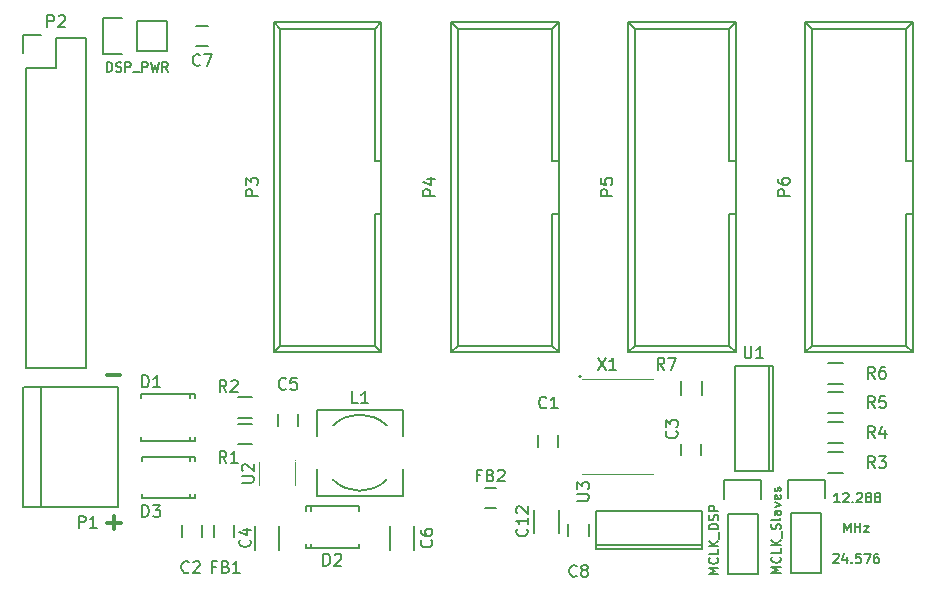
<source format=gbr>
G04 #@! TF.FileFunction,Legend,Top*
%FSLAX46Y46*%
G04 Gerber Fmt 4.6, Leading zero omitted, Abs format (unit mm)*
G04 Created by KiCad (PCBNEW 4.0.2-stable) date 28.02.2017 09:35:37*
%MOMM*%
G01*
G04 APERTURE LIST*
%ADD10C,0.100000*%
%ADD11C,0.300000*%
%ADD12C,0.150000*%
%ADD13C,0.200000*%
G04 APERTURE END LIST*
D10*
D11*
X108078572Y-94507143D02*
X109221429Y-94507143D01*
X108650000Y-95078571D02*
X108650000Y-93935714D01*
X108028572Y-82057143D02*
X109171429Y-82057143D01*
D12*
X108047619Y-56326905D02*
X108047619Y-55526905D01*
X108238095Y-55526905D01*
X108352381Y-55565000D01*
X108428572Y-55641190D01*
X108466667Y-55717381D01*
X108504762Y-55869762D01*
X108504762Y-55984048D01*
X108466667Y-56136429D01*
X108428572Y-56212619D01*
X108352381Y-56288810D01*
X108238095Y-56326905D01*
X108047619Y-56326905D01*
X108809524Y-56288810D02*
X108923810Y-56326905D01*
X109114286Y-56326905D01*
X109190476Y-56288810D01*
X109228572Y-56250714D01*
X109266667Y-56174524D01*
X109266667Y-56098333D01*
X109228572Y-56022143D01*
X109190476Y-55984048D01*
X109114286Y-55945952D01*
X108961905Y-55907857D01*
X108885714Y-55869762D01*
X108847619Y-55831667D01*
X108809524Y-55755476D01*
X108809524Y-55679286D01*
X108847619Y-55603095D01*
X108885714Y-55565000D01*
X108961905Y-55526905D01*
X109152381Y-55526905D01*
X109266667Y-55565000D01*
X109609524Y-56326905D02*
X109609524Y-55526905D01*
X109914286Y-55526905D01*
X109990477Y-55565000D01*
X110028572Y-55603095D01*
X110066667Y-55679286D01*
X110066667Y-55793571D01*
X110028572Y-55869762D01*
X109990477Y-55907857D01*
X109914286Y-55945952D01*
X109609524Y-55945952D01*
X110219048Y-56403095D02*
X110828572Y-56403095D01*
X111019048Y-56326905D02*
X111019048Y-55526905D01*
X111323810Y-55526905D01*
X111400001Y-55565000D01*
X111438096Y-55603095D01*
X111476191Y-55679286D01*
X111476191Y-55793571D01*
X111438096Y-55869762D01*
X111400001Y-55907857D01*
X111323810Y-55945952D01*
X111019048Y-55945952D01*
X111742858Y-55526905D02*
X111933334Y-56326905D01*
X112085715Y-55755476D01*
X112238096Y-56326905D01*
X112428572Y-55526905D01*
X113190477Y-56326905D02*
X112923810Y-55945952D01*
X112733334Y-56326905D02*
X112733334Y-55526905D01*
X113038096Y-55526905D01*
X113114287Y-55565000D01*
X113152382Y-55603095D01*
X113190477Y-55679286D01*
X113190477Y-55793571D01*
X113152382Y-55869762D01*
X113114287Y-55907857D01*
X113038096Y-55945952D01*
X112733334Y-55945952D01*
X170465876Y-95345205D02*
X170465876Y-94545205D01*
X170732543Y-95116633D01*
X170999210Y-94545205D01*
X170999210Y-95345205D01*
X171380162Y-95345205D02*
X171380162Y-94545205D01*
X171380162Y-94926157D02*
X171837305Y-94926157D01*
X171837305Y-95345205D02*
X171837305Y-94545205D01*
X172142067Y-94811871D02*
X172561114Y-94811871D01*
X172142067Y-95345205D01*
X172561114Y-95345205D01*
X169532543Y-97212195D02*
X169570638Y-97174100D01*
X169646829Y-97136005D01*
X169837305Y-97136005D01*
X169913495Y-97174100D01*
X169951591Y-97212195D01*
X169989686Y-97288386D01*
X169989686Y-97364576D01*
X169951591Y-97478862D01*
X169494448Y-97936005D01*
X169989686Y-97936005D01*
X170675400Y-97402671D02*
X170675400Y-97936005D01*
X170484924Y-97097910D02*
X170294448Y-97669338D01*
X170789686Y-97669338D01*
X171094448Y-97859814D02*
X171132543Y-97897910D01*
X171094448Y-97936005D01*
X171056353Y-97897910D01*
X171094448Y-97859814D01*
X171094448Y-97936005D01*
X171856353Y-97136005D02*
X171475400Y-97136005D01*
X171437305Y-97516957D01*
X171475400Y-97478862D01*
X171551591Y-97440767D01*
X171742067Y-97440767D01*
X171818257Y-97478862D01*
X171856353Y-97516957D01*
X171894448Y-97593148D01*
X171894448Y-97783624D01*
X171856353Y-97859814D01*
X171818257Y-97897910D01*
X171742067Y-97936005D01*
X171551591Y-97936005D01*
X171475400Y-97897910D01*
X171437305Y-97859814D01*
X172161115Y-97136005D02*
X172694448Y-97136005D01*
X172351591Y-97936005D01*
X173342067Y-97136005D02*
X173189686Y-97136005D01*
X173113496Y-97174100D01*
X173075401Y-97212195D01*
X172999210Y-97326481D01*
X172961115Y-97478862D01*
X172961115Y-97783624D01*
X172999210Y-97859814D01*
X173037305Y-97897910D01*
X173113496Y-97936005D01*
X173265877Y-97936005D01*
X173342067Y-97897910D01*
X173380163Y-97859814D01*
X173418258Y-97783624D01*
X173418258Y-97593148D01*
X173380163Y-97516957D01*
X173342067Y-97478862D01*
X173265877Y-97440767D01*
X173113496Y-97440767D01*
X173037305Y-97478862D01*
X172999210Y-97516957D01*
X172961115Y-97593148D01*
X170065886Y-92805205D02*
X169608743Y-92805205D01*
X169837314Y-92805205D02*
X169837314Y-92005205D01*
X169761124Y-92119490D01*
X169684933Y-92195681D01*
X169608743Y-92233776D01*
X170370648Y-92081395D02*
X170408743Y-92043300D01*
X170484934Y-92005205D01*
X170675410Y-92005205D01*
X170751600Y-92043300D01*
X170789696Y-92081395D01*
X170827791Y-92157586D01*
X170827791Y-92233776D01*
X170789696Y-92348062D01*
X170332553Y-92805205D01*
X170827791Y-92805205D01*
X171170648Y-92729014D02*
X171208743Y-92767110D01*
X171170648Y-92805205D01*
X171132553Y-92767110D01*
X171170648Y-92729014D01*
X171170648Y-92805205D01*
X171513505Y-92081395D02*
X171551600Y-92043300D01*
X171627791Y-92005205D01*
X171818267Y-92005205D01*
X171894457Y-92043300D01*
X171932553Y-92081395D01*
X171970648Y-92157586D01*
X171970648Y-92233776D01*
X171932553Y-92348062D01*
X171475410Y-92805205D01*
X171970648Y-92805205D01*
X172427791Y-92348062D02*
X172351600Y-92309967D01*
X172313505Y-92271871D01*
X172275410Y-92195681D01*
X172275410Y-92157586D01*
X172313505Y-92081395D01*
X172351600Y-92043300D01*
X172427791Y-92005205D01*
X172580172Y-92005205D01*
X172656362Y-92043300D01*
X172694458Y-92081395D01*
X172732553Y-92157586D01*
X172732553Y-92195681D01*
X172694458Y-92271871D01*
X172656362Y-92309967D01*
X172580172Y-92348062D01*
X172427791Y-92348062D01*
X172351600Y-92386157D01*
X172313505Y-92424252D01*
X172275410Y-92500443D01*
X172275410Y-92652824D01*
X172313505Y-92729014D01*
X172351600Y-92767110D01*
X172427791Y-92805205D01*
X172580172Y-92805205D01*
X172656362Y-92767110D01*
X172694458Y-92729014D01*
X172732553Y-92652824D01*
X172732553Y-92500443D01*
X172694458Y-92424252D01*
X172656362Y-92386157D01*
X172580172Y-92348062D01*
X173189696Y-92348062D02*
X173113505Y-92309967D01*
X173075410Y-92271871D01*
X173037315Y-92195681D01*
X173037315Y-92157586D01*
X173075410Y-92081395D01*
X173113505Y-92043300D01*
X173189696Y-92005205D01*
X173342077Y-92005205D01*
X173418267Y-92043300D01*
X173456363Y-92081395D01*
X173494458Y-92157586D01*
X173494458Y-92195681D01*
X173456363Y-92271871D01*
X173418267Y-92309967D01*
X173342077Y-92348062D01*
X173189696Y-92348062D01*
X173113505Y-92386157D01*
X173075410Y-92424252D01*
X173037315Y-92500443D01*
X173037315Y-92652824D01*
X173075410Y-92729014D01*
X173113505Y-92767110D01*
X173189696Y-92805205D01*
X173342077Y-92805205D01*
X173418267Y-92767110D01*
X173456363Y-92729014D01*
X173494458Y-92652824D01*
X173494458Y-92500443D01*
X173456363Y-92424252D01*
X173418267Y-92386157D01*
X173342077Y-92348062D01*
X165106305Y-98792848D02*
X164306305Y-98792848D01*
X164877733Y-98526181D01*
X164306305Y-98259514D01*
X165106305Y-98259514D01*
X165030114Y-97421419D02*
X165068210Y-97459514D01*
X165106305Y-97573800D01*
X165106305Y-97649990D01*
X165068210Y-97764276D01*
X164992019Y-97840467D01*
X164915829Y-97878562D01*
X164763448Y-97916657D01*
X164649162Y-97916657D01*
X164496781Y-97878562D01*
X164420590Y-97840467D01*
X164344400Y-97764276D01*
X164306305Y-97649990D01*
X164306305Y-97573800D01*
X164344400Y-97459514D01*
X164382495Y-97421419D01*
X165106305Y-96697609D02*
X165106305Y-97078562D01*
X164306305Y-97078562D01*
X165106305Y-96430943D02*
X164306305Y-96430943D01*
X165106305Y-95973800D02*
X164649162Y-96316657D01*
X164306305Y-95973800D02*
X164763448Y-96430943D01*
X165182495Y-95821419D02*
X165182495Y-95211895D01*
X165068210Y-95059514D02*
X165106305Y-94945228D01*
X165106305Y-94754752D01*
X165068210Y-94678562D01*
X165030114Y-94640466D01*
X164953924Y-94602371D01*
X164877733Y-94602371D01*
X164801543Y-94640466D01*
X164763448Y-94678562D01*
X164725352Y-94754752D01*
X164687257Y-94907133D01*
X164649162Y-94983324D01*
X164611067Y-95021419D01*
X164534876Y-95059514D01*
X164458686Y-95059514D01*
X164382495Y-95021419D01*
X164344400Y-94983324D01*
X164306305Y-94907133D01*
X164306305Y-94716657D01*
X164344400Y-94602371D01*
X165106305Y-94145228D02*
X165068210Y-94221419D01*
X164992019Y-94259514D01*
X164306305Y-94259514D01*
X165106305Y-93497609D02*
X164687257Y-93497609D01*
X164611067Y-93535704D01*
X164572971Y-93611894D01*
X164572971Y-93764275D01*
X164611067Y-93840466D01*
X165068210Y-93497609D02*
X165106305Y-93573799D01*
X165106305Y-93764275D01*
X165068210Y-93840466D01*
X164992019Y-93878561D01*
X164915829Y-93878561D01*
X164839638Y-93840466D01*
X164801543Y-93764275D01*
X164801543Y-93573799D01*
X164763448Y-93497609D01*
X164572971Y-93192846D02*
X165106305Y-93002370D01*
X164572971Y-92811894D01*
X165068210Y-92202370D02*
X165106305Y-92278560D01*
X165106305Y-92430941D01*
X165068210Y-92507132D01*
X164992019Y-92545227D01*
X164687257Y-92545227D01*
X164611067Y-92507132D01*
X164572971Y-92430941D01*
X164572971Y-92278560D01*
X164611067Y-92202370D01*
X164687257Y-92164275D01*
X164763448Y-92164275D01*
X164839638Y-92545227D01*
X165068210Y-91859513D02*
X165106305Y-91783323D01*
X165106305Y-91630942D01*
X165068210Y-91554751D01*
X164992019Y-91516656D01*
X164953924Y-91516656D01*
X164877733Y-91554751D01*
X164839638Y-91630942D01*
X164839638Y-91745227D01*
X164801543Y-91821418D01*
X164725352Y-91859513D01*
X164687257Y-91859513D01*
X164611067Y-91821418D01*
X164572971Y-91745227D01*
X164572971Y-91630942D01*
X164611067Y-91554751D01*
X159785005Y-98862791D02*
X158985005Y-98862791D01*
X159556433Y-98596124D01*
X158985005Y-98329457D01*
X159785005Y-98329457D01*
X159708814Y-97491362D02*
X159746910Y-97529457D01*
X159785005Y-97643743D01*
X159785005Y-97719933D01*
X159746910Y-97834219D01*
X159670719Y-97910410D01*
X159594529Y-97948505D01*
X159442148Y-97986600D01*
X159327862Y-97986600D01*
X159175481Y-97948505D01*
X159099290Y-97910410D01*
X159023100Y-97834219D01*
X158985005Y-97719933D01*
X158985005Y-97643743D01*
X159023100Y-97529457D01*
X159061195Y-97491362D01*
X159785005Y-96767552D02*
X159785005Y-97148505D01*
X158985005Y-97148505D01*
X159785005Y-96500886D02*
X158985005Y-96500886D01*
X159785005Y-96043743D02*
X159327862Y-96386600D01*
X158985005Y-96043743D02*
X159442148Y-96500886D01*
X159861195Y-95891362D02*
X159861195Y-95281838D01*
X159785005Y-95091362D02*
X158985005Y-95091362D01*
X158985005Y-94900886D01*
X159023100Y-94786600D01*
X159099290Y-94710409D01*
X159175481Y-94672314D01*
X159327862Y-94634219D01*
X159442148Y-94634219D01*
X159594529Y-94672314D01*
X159670719Y-94710409D01*
X159746910Y-94786600D01*
X159785005Y-94900886D01*
X159785005Y-95091362D01*
X159746910Y-94329457D02*
X159785005Y-94215171D01*
X159785005Y-94024695D01*
X159746910Y-93948505D01*
X159708814Y-93910409D01*
X159632624Y-93872314D01*
X159556433Y-93872314D01*
X159480243Y-93910409D01*
X159442148Y-93948505D01*
X159404052Y-94024695D01*
X159365957Y-94177076D01*
X159327862Y-94253267D01*
X159289767Y-94291362D01*
X159213576Y-94329457D01*
X159137386Y-94329457D01*
X159061195Y-94291362D01*
X159023100Y-94253267D01*
X158985005Y-94177076D01*
X158985005Y-93986600D01*
X159023100Y-93872314D01*
X159785005Y-93529457D02*
X158985005Y-93529457D01*
X158985005Y-93224695D01*
X159023100Y-93148504D01*
X159061195Y-93110409D01*
X159137386Y-93072314D01*
X159251671Y-93072314D01*
X159327862Y-93110409D01*
X159365957Y-93148504D01*
X159404052Y-93224695D01*
X159404052Y-93529457D01*
X110570000Y-52030000D02*
X113110000Y-52030000D01*
X107750000Y-51750000D02*
X109300000Y-51750000D01*
X110570000Y-52030000D02*
X110570000Y-54570000D01*
X109300000Y-54850000D02*
X107750000Y-54850000D01*
X107750000Y-54850000D02*
X107750000Y-51750000D01*
X110570000Y-54570000D02*
X113110000Y-54570000D01*
X113110000Y-54570000D02*
X113110000Y-52030000D01*
X141012800Y-91555200D02*
X140012800Y-91555200D01*
X140012800Y-93255200D02*
X141012800Y-93255200D01*
X152180000Y-80080000D02*
X152180000Y-52140000D01*
X152730000Y-79540000D02*
X152730000Y-52700000D01*
X161280000Y-80080000D02*
X161280000Y-52140000D01*
X160730000Y-79540000D02*
X160730000Y-68360000D01*
X160730000Y-63860000D02*
X160730000Y-52700000D01*
X160730000Y-68360000D02*
X161280000Y-68360000D01*
X160730000Y-63860000D02*
X161280000Y-63860000D01*
X152180000Y-80080000D02*
X161280000Y-80080000D01*
X152730000Y-79540000D02*
X160730000Y-79540000D01*
X152180000Y-52140000D02*
X161280000Y-52140000D01*
X152730000Y-52700000D02*
X160730000Y-52700000D01*
X152180000Y-80080000D02*
X152730000Y-79540000D01*
X152180000Y-52140000D02*
X152730000Y-52700000D01*
X161280000Y-80080000D02*
X160730000Y-79540000D01*
X161280000Y-52140000D02*
X160730000Y-52700000D01*
X164082380Y-90152880D02*
X164082380Y-81252880D01*
X161232380Y-90152880D02*
X161232380Y-81252880D01*
X164432380Y-90152880D02*
X164432380Y-81252880D01*
X164432380Y-90152880D02*
X161232380Y-90152880D01*
X164432380Y-81252880D02*
X161232380Y-81252880D01*
X122180000Y-80080000D02*
X122180000Y-52140000D01*
X122730000Y-79540000D02*
X122730000Y-52700000D01*
X131280000Y-80080000D02*
X131280000Y-52140000D01*
X130730000Y-79540000D02*
X130730000Y-68360000D01*
X130730000Y-63860000D02*
X130730000Y-52700000D01*
X130730000Y-68360000D02*
X131280000Y-68360000D01*
X130730000Y-63860000D02*
X131280000Y-63860000D01*
X122180000Y-80080000D02*
X131280000Y-80080000D01*
X122730000Y-79540000D02*
X130730000Y-79540000D01*
X122180000Y-52140000D02*
X131280000Y-52140000D01*
X122730000Y-52700000D02*
X130730000Y-52700000D01*
X122180000Y-80080000D02*
X122730000Y-79540000D01*
X122180000Y-52140000D02*
X122730000Y-52700000D01*
X131280000Y-80080000D02*
X130730000Y-79540000D01*
X131280000Y-52140000D02*
X130730000Y-52700000D01*
X106310000Y-81440000D02*
X106310000Y-53500000D01*
X101230000Y-56040000D02*
X101230000Y-81440000D01*
X106310000Y-81440000D02*
X101230000Y-81440000D01*
X106310000Y-53500000D02*
X103770000Y-53500000D01*
X102500000Y-53220000D02*
X100950000Y-53220000D01*
X103770000Y-53500000D02*
X103770000Y-56040000D01*
X103770000Y-56040000D02*
X101230000Y-56040000D01*
X100950000Y-53220000D02*
X100950000Y-54770000D01*
X127170180Y-90876120D02*
G75*
G03X131742180Y-90876120I2286000J2286000D01*
G01*
X131742180Y-86304120D02*
G75*
G03X127170180Y-86304120I-2286000J-2286000D01*
G01*
X133106180Y-92240120D02*
X133106180Y-89990120D01*
X133106180Y-84940120D02*
X133106180Y-87190120D01*
X125806180Y-92240120D02*
X125806180Y-89990120D01*
X125806180Y-84940120D02*
X125806180Y-87190120D01*
X133106180Y-92240120D02*
X125806180Y-92240120D01*
X125806180Y-84940120D02*
X133106180Y-84940120D01*
X102463600Y-93205300D02*
X102463600Y-83045300D01*
X101003600Y-93205300D02*
X109003600Y-93205300D01*
X109003600Y-93205300D02*
X109003600Y-83045300D01*
X109003600Y-83045300D02*
X101003600Y-83045300D01*
X100953600Y-83045300D02*
X100953600Y-93205300D01*
X137180000Y-80080000D02*
X137180000Y-52140000D01*
X137730000Y-79540000D02*
X137730000Y-52700000D01*
X146280000Y-80080000D02*
X146280000Y-52140000D01*
X145730000Y-79540000D02*
X145730000Y-68360000D01*
X145730000Y-63860000D02*
X145730000Y-52700000D01*
X145730000Y-68360000D02*
X146280000Y-68360000D01*
X145730000Y-63860000D02*
X146280000Y-63860000D01*
X137180000Y-80080000D02*
X146280000Y-80080000D01*
X137730000Y-79540000D02*
X145730000Y-79540000D01*
X137180000Y-52140000D02*
X146280000Y-52140000D01*
X137730000Y-52700000D02*
X145730000Y-52700000D01*
X137180000Y-80080000D02*
X137730000Y-79540000D01*
X137180000Y-52140000D02*
X137730000Y-52700000D01*
X146280000Y-80080000D02*
X145730000Y-79540000D01*
X146280000Y-52140000D02*
X145730000Y-52700000D01*
X167180000Y-80080000D02*
X167180000Y-52140000D01*
X167730000Y-79540000D02*
X167730000Y-52700000D01*
X176280000Y-80080000D02*
X176280000Y-52140000D01*
X175730000Y-79540000D02*
X175730000Y-68360000D01*
X175730000Y-63860000D02*
X175730000Y-52700000D01*
X175730000Y-68360000D02*
X176280000Y-68360000D01*
X175730000Y-63860000D02*
X176280000Y-63860000D01*
X167180000Y-80080000D02*
X176280000Y-80080000D01*
X167730000Y-79540000D02*
X175730000Y-79540000D01*
X167180000Y-52140000D02*
X176280000Y-52140000D01*
X167730000Y-52700000D02*
X175730000Y-52700000D01*
X167180000Y-80080000D02*
X167730000Y-79540000D01*
X167180000Y-52140000D02*
X167730000Y-52700000D01*
X176280000Y-80080000D02*
X175730000Y-79540000D01*
X176280000Y-52140000D02*
X175730000Y-52700000D01*
D10*
X124025780Y-89218660D02*
G75*
G03X124025780Y-89218660I-50000J0D01*
G01*
X120875780Y-89418660D02*
X120875780Y-91318660D01*
X123975780Y-89418660D02*
X123975780Y-91318660D01*
X154295100Y-82360000D02*
X148295100Y-82360000D01*
X154295100Y-90360000D02*
X148295100Y-90360000D01*
D13*
X148195100Y-82160000D02*
G75*
G03X148195100Y-82160000I-100000J0D01*
G01*
D12*
X115539520Y-83798000D02*
X115539520Y-83997800D01*
X115082480Y-83848000D02*
X115082480Y-83997000D01*
X110937040Y-83798000D02*
X110937040Y-83947000D01*
X115534440Y-87398000D02*
X115534440Y-87249000D01*
X115082480Y-87398000D02*
X115082480Y-87249000D01*
X110931960Y-87398000D02*
X110931960Y-87249000D01*
X115082480Y-83649020D02*
X115082480Y-83847140D01*
X115082480Y-87596980D02*
X115082480Y-87398860D01*
X110937040Y-83601560D02*
X110937040Y-83799680D01*
X115539520Y-83601560D02*
X110937040Y-83601560D01*
X115539520Y-83601560D02*
X115539520Y-83799680D01*
X115534440Y-87596980D02*
X115534440Y-87398860D01*
X115534440Y-87596980D02*
X110931960Y-87596980D01*
X110931960Y-87596980D02*
X110931960Y-87398860D01*
X125358340Y-96639380D02*
X125358340Y-96288860D01*
X125358340Y-93139260D02*
X125358340Y-93489780D01*
X129407920Y-96639380D02*
X129407920Y-96288860D01*
X124907040Y-96639380D02*
X124907040Y-96288860D01*
X124907040Y-93139260D02*
X124907040Y-93489780D01*
X129407920Y-93139260D02*
X129407920Y-93489780D01*
X124907040Y-96639380D02*
X129407920Y-96639380D01*
X124907040Y-93139260D02*
X129407920Y-93139260D01*
X115032340Y-88927940D02*
X115032340Y-89278460D01*
X115032340Y-92428060D02*
X115032340Y-92077540D01*
X110982760Y-88927940D02*
X110982760Y-89278460D01*
X115483640Y-88927940D02*
X115483640Y-89278460D01*
X115483640Y-92428060D02*
X115483640Y-92077540D01*
X110982760Y-92428060D02*
X110982760Y-92077540D01*
X115483640Y-88927940D02*
X110982760Y-88927940D01*
X115483640Y-92428060D02*
X110982760Y-92428060D01*
X144539600Y-87111900D02*
X144539600Y-88111900D01*
X146239600Y-88111900D02*
X146239600Y-87111900D01*
X116077100Y-95724600D02*
X116077100Y-94724600D01*
X114377100Y-94724600D02*
X114377100Y-95724600D01*
X158380800Y-88828500D02*
X158380800Y-87828500D01*
X156680800Y-87828500D02*
X156680800Y-88828500D01*
X120552100Y-94808800D02*
X120552100Y-96808800D01*
X122602100Y-96808800D02*
X122602100Y-94808800D01*
X124225780Y-86313900D02*
X124225780Y-85313900D01*
X122525780Y-85313900D02*
X122525780Y-86313900D01*
X131994800Y-94821500D02*
X131994800Y-96821500D01*
X134044800Y-96821500D02*
X134044800Y-94821500D01*
X115590700Y-54139200D02*
X116590700Y-54139200D01*
X116590700Y-52439200D02*
X115590700Y-52439200D01*
X144237600Y-93411800D02*
X144237600Y-95411800D01*
X146287600Y-95411800D02*
X146287600Y-93411800D01*
X118794900Y-95715200D02*
X118794900Y-94715200D01*
X117094900Y-94715200D02*
X117094900Y-95715200D01*
X120348300Y-87895400D02*
X119148300Y-87895400D01*
X119148300Y-86145400D02*
X120348300Y-86145400D01*
X119148300Y-83910200D02*
X120348300Y-83910200D01*
X120348300Y-85660200D02*
X119148300Y-85660200D01*
X169122800Y-88558400D02*
X170322800Y-88558400D01*
X170322800Y-90308400D02*
X169122800Y-90308400D01*
X169122800Y-86018400D02*
X170322800Y-86018400D01*
X170322800Y-87768400D02*
X169122800Y-87768400D01*
X169122800Y-83478400D02*
X170322800Y-83478400D01*
X170322800Y-85228400D02*
X169122800Y-85228400D01*
X169122800Y-81001900D02*
X170322800Y-81001900D01*
X170322800Y-82751900D02*
X169122800Y-82751900D01*
X156655800Y-83683400D02*
X156655800Y-82483400D01*
X158405800Y-82483400D02*
X158405800Y-83683400D01*
X165976300Y-93738700D02*
X165976300Y-98818700D01*
X165976300Y-98818700D02*
X168516300Y-98818700D01*
X168516300Y-98818700D02*
X168516300Y-93738700D01*
X168796300Y-90918700D02*
X168796300Y-92468700D01*
X168516300Y-93738700D02*
X165976300Y-93738700D01*
X165696300Y-92468700D02*
X165696300Y-90918700D01*
X165696300Y-90918700D02*
X168796300Y-90918700D01*
X160591500Y-93764100D02*
X160591500Y-98844100D01*
X160591500Y-98844100D02*
X163131500Y-98844100D01*
X163131500Y-98844100D02*
X163131500Y-93764100D01*
X163411500Y-90944100D02*
X163411500Y-92494100D01*
X163131500Y-93764100D02*
X160591500Y-93764100D01*
X160311500Y-92494100D02*
X160311500Y-90944100D01*
X160311500Y-90944100D02*
X163411500Y-90944100D01*
X147117700Y-94648400D02*
X147117700Y-95648400D01*
X148817700Y-95648400D02*
X148817700Y-94648400D01*
X149486700Y-96385700D02*
X158386700Y-96385700D01*
X149486700Y-93535700D02*
X158386700Y-93535700D01*
X149486700Y-96735700D02*
X158386700Y-96735700D01*
X149486700Y-96735700D02*
X149486700Y-93535700D01*
X158386700Y-96735700D02*
X158386700Y-93535700D01*
X139666667Y-90504971D02*
X139333333Y-90504971D01*
X139333333Y-91028781D02*
X139333333Y-90028781D01*
X139809524Y-90028781D01*
X140523810Y-90504971D02*
X140666667Y-90552590D01*
X140714286Y-90600210D01*
X140761905Y-90695448D01*
X140761905Y-90838305D01*
X140714286Y-90933543D01*
X140666667Y-90981162D01*
X140571429Y-91028781D01*
X140190476Y-91028781D01*
X140190476Y-90028781D01*
X140523810Y-90028781D01*
X140619048Y-90076400D01*
X140666667Y-90124019D01*
X140714286Y-90219257D01*
X140714286Y-90314495D01*
X140666667Y-90409733D01*
X140619048Y-90457352D01*
X140523810Y-90504971D01*
X140190476Y-90504971D01*
X141142857Y-90124019D02*
X141190476Y-90076400D01*
X141285714Y-90028781D01*
X141523810Y-90028781D01*
X141619048Y-90076400D01*
X141666667Y-90124019D01*
X141714286Y-90219257D01*
X141714286Y-90314495D01*
X141666667Y-90457352D01*
X141095238Y-91028781D01*
X141714286Y-91028781D01*
X150832381Y-66848095D02*
X149832381Y-66848095D01*
X149832381Y-66467142D01*
X149880000Y-66371904D01*
X149927619Y-66324285D01*
X150022857Y-66276666D01*
X150165714Y-66276666D01*
X150260952Y-66324285D01*
X150308571Y-66371904D01*
X150356190Y-66467142D01*
X150356190Y-66848095D01*
X149832381Y-65371904D02*
X149832381Y-65848095D01*
X150308571Y-65895714D01*
X150260952Y-65848095D01*
X150213333Y-65752857D01*
X150213333Y-65514761D01*
X150260952Y-65419523D01*
X150308571Y-65371904D01*
X150403810Y-65324285D01*
X150641905Y-65324285D01*
X150737143Y-65371904D01*
X150784762Y-65419523D01*
X150832381Y-65514761D01*
X150832381Y-65752857D01*
X150784762Y-65848095D01*
X150737143Y-65895714D01*
X162031775Y-79589381D02*
X162031775Y-80398905D01*
X162079394Y-80494143D01*
X162127013Y-80541762D01*
X162222251Y-80589381D01*
X162412728Y-80589381D01*
X162507966Y-80541762D01*
X162555585Y-80494143D01*
X162603204Y-80398905D01*
X162603204Y-79589381D01*
X163603204Y-80589381D02*
X163031775Y-80589381D01*
X163317489Y-80589381D02*
X163317489Y-79589381D01*
X163222251Y-79732238D01*
X163127013Y-79827476D01*
X163031775Y-79875095D01*
X120832381Y-66848095D02*
X119832381Y-66848095D01*
X119832381Y-66467142D01*
X119880000Y-66371904D01*
X119927619Y-66324285D01*
X120022857Y-66276666D01*
X120165714Y-66276666D01*
X120260952Y-66324285D01*
X120308571Y-66371904D01*
X120356190Y-66467142D01*
X120356190Y-66848095D01*
X119832381Y-65943333D02*
X119832381Y-65324285D01*
X120213333Y-65657619D01*
X120213333Y-65514761D01*
X120260952Y-65419523D01*
X120308571Y-65371904D01*
X120403810Y-65324285D01*
X120641905Y-65324285D01*
X120737143Y-65371904D01*
X120784762Y-65419523D01*
X120832381Y-65514761D01*
X120832381Y-65800476D01*
X120784762Y-65895714D01*
X120737143Y-65943333D01*
X102995505Y-52547781D02*
X102995505Y-51547781D01*
X103376458Y-51547781D01*
X103471696Y-51595400D01*
X103519315Y-51643019D01*
X103566934Y-51738257D01*
X103566934Y-51881114D01*
X103519315Y-51976352D01*
X103471696Y-52023971D01*
X103376458Y-52071590D01*
X102995505Y-52071590D01*
X103947886Y-51643019D02*
X103995505Y-51595400D01*
X104090743Y-51547781D01*
X104328839Y-51547781D01*
X104424077Y-51595400D01*
X104471696Y-51643019D01*
X104519315Y-51738257D01*
X104519315Y-51833495D01*
X104471696Y-51976352D01*
X103900267Y-52547781D01*
X104519315Y-52547781D01*
X129289514Y-84392501D02*
X128813323Y-84392501D01*
X128813323Y-83392501D01*
X130146657Y-84392501D02*
X129575228Y-84392501D01*
X129860942Y-84392501D02*
X129860942Y-83392501D01*
X129765704Y-83535358D01*
X129670466Y-83630596D01*
X129575228Y-83678215D01*
X105661905Y-94952381D02*
X105661905Y-93952381D01*
X106042858Y-93952381D01*
X106138096Y-94000000D01*
X106185715Y-94047619D01*
X106233334Y-94142857D01*
X106233334Y-94285714D01*
X106185715Y-94380952D01*
X106138096Y-94428571D01*
X106042858Y-94476190D01*
X105661905Y-94476190D01*
X107185715Y-94952381D02*
X106614286Y-94952381D01*
X106900000Y-94952381D02*
X106900000Y-93952381D01*
X106804762Y-94095238D01*
X106709524Y-94190476D01*
X106614286Y-94238095D01*
X135832381Y-66848095D02*
X134832381Y-66848095D01*
X134832381Y-66467142D01*
X134880000Y-66371904D01*
X134927619Y-66324285D01*
X135022857Y-66276666D01*
X135165714Y-66276666D01*
X135260952Y-66324285D01*
X135308571Y-66371904D01*
X135356190Y-66467142D01*
X135356190Y-66848095D01*
X135165714Y-65419523D02*
X135832381Y-65419523D01*
X134784762Y-65657619D02*
X135499048Y-65895714D01*
X135499048Y-65276666D01*
X165832381Y-66848095D02*
X164832381Y-66848095D01*
X164832381Y-66467142D01*
X164880000Y-66371904D01*
X164927619Y-66324285D01*
X165022857Y-66276666D01*
X165165714Y-66276666D01*
X165260952Y-66324285D01*
X165308571Y-66371904D01*
X165356190Y-66467142D01*
X165356190Y-66848095D01*
X164832381Y-65419523D02*
X164832381Y-65610000D01*
X164880000Y-65705238D01*
X164927619Y-65752857D01*
X165070476Y-65848095D01*
X165260952Y-65895714D01*
X165641905Y-65895714D01*
X165737143Y-65848095D01*
X165784762Y-65800476D01*
X165832381Y-65705238D01*
X165832381Y-65514761D01*
X165784762Y-65419523D01*
X165737143Y-65371904D01*
X165641905Y-65324285D01*
X165403810Y-65324285D01*
X165308571Y-65371904D01*
X165260952Y-65419523D01*
X165213333Y-65514761D01*
X165213333Y-65705238D01*
X165260952Y-65800476D01*
X165308571Y-65848095D01*
X165403810Y-65895714D01*
X119454681Y-91130565D02*
X120264205Y-91130565D01*
X120359443Y-91082946D01*
X120407062Y-91035327D01*
X120454681Y-90940089D01*
X120454681Y-90749612D01*
X120407062Y-90654374D01*
X120359443Y-90606755D01*
X120264205Y-90559136D01*
X119454681Y-90559136D01*
X119549919Y-90130565D02*
X119502300Y-90082946D01*
X119454681Y-89987708D01*
X119454681Y-89749612D01*
X119502300Y-89654374D01*
X119549919Y-89606755D01*
X119645157Y-89559136D01*
X119740395Y-89559136D01*
X119883252Y-89606755D01*
X120454681Y-90178184D01*
X120454681Y-89559136D01*
X149590476Y-80552381D02*
X150257143Y-81552381D01*
X150257143Y-80552381D02*
X149590476Y-81552381D01*
X151161905Y-81552381D02*
X150590476Y-81552381D01*
X150876190Y-81552381D02*
X150876190Y-80552381D01*
X150780952Y-80695238D01*
X150685714Y-80790476D01*
X150590476Y-80838095D01*
X111021905Y-83053181D02*
X111021905Y-82053181D01*
X111260000Y-82053181D01*
X111402858Y-82100800D01*
X111498096Y-82196038D01*
X111545715Y-82291276D01*
X111593334Y-82481752D01*
X111593334Y-82624610D01*
X111545715Y-82815086D01*
X111498096Y-82910324D01*
X111402858Y-83005562D01*
X111260000Y-83053181D01*
X111021905Y-83053181D01*
X112545715Y-83053181D02*
X111974286Y-83053181D01*
X112260000Y-83053181D02*
X112260000Y-82053181D01*
X112164762Y-82196038D01*
X112069524Y-82291276D01*
X111974286Y-82338895D01*
X126361905Y-98152381D02*
X126361905Y-97152381D01*
X126600000Y-97152381D01*
X126742858Y-97200000D01*
X126838096Y-97295238D01*
X126885715Y-97390476D01*
X126933334Y-97580952D01*
X126933334Y-97723810D01*
X126885715Y-97914286D01*
X126838096Y-98009524D01*
X126742858Y-98104762D01*
X126600000Y-98152381D01*
X126361905Y-98152381D01*
X127314286Y-97247619D02*
X127361905Y-97200000D01*
X127457143Y-97152381D01*
X127695239Y-97152381D01*
X127790477Y-97200000D01*
X127838096Y-97247619D01*
X127885715Y-97342857D01*
X127885715Y-97438095D01*
X127838096Y-97580952D01*
X127266667Y-98152381D01*
X127885715Y-98152381D01*
X111021905Y-94025981D02*
X111021905Y-93025981D01*
X111260000Y-93025981D01*
X111402858Y-93073600D01*
X111498096Y-93168838D01*
X111545715Y-93264076D01*
X111593334Y-93454552D01*
X111593334Y-93597410D01*
X111545715Y-93787886D01*
X111498096Y-93883124D01*
X111402858Y-93978362D01*
X111260000Y-94025981D01*
X111021905Y-94025981D01*
X111926667Y-93025981D02*
X112545715Y-93025981D01*
X112212381Y-93406933D01*
X112355239Y-93406933D01*
X112450477Y-93454552D01*
X112498096Y-93502171D01*
X112545715Y-93597410D01*
X112545715Y-93835505D01*
X112498096Y-93930743D01*
X112450477Y-93978362D01*
X112355239Y-94025981D01*
X112069524Y-94025981D01*
X111974286Y-93978362D01*
X111926667Y-93930743D01*
X145248334Y-84751183D02*
X145200715Y-84798802D01*
X145057858Y-84846421D01*
X144962620Y-84846421D01*
X144819762Y-84798802D01*
X144724524Y-84703564D01*
X144676905Y-84608326D01*
X144629286Y-84417850D01*
X144629286Y-84274992D01*
X144676905Y-84084516D01*
X144724524Y-83989278D01*
X144819762Y-83894040D01*
X144962620Y-83846421D01*
X145057858Y-83846421D01*
X145200715Y-83894040D01*
X145248334Y-83941659D01*
X146200715Y-84846421D02*
X145629286Y-84846421D01*
X145915000Y-84846421D02*
X145915000Y-83846421D01*
X145819762Y-83989278D01*
X145724524Y-84084516D01*
X145629286Y-84132135D01*
X114971534Y-98693243D02*
X114923915Y-98740862D01*
X114781058Y-98788481D01*
X114685820Y-98788481D01*
X114542962Y-98740862D01*
X114447724Y-98645624D01*
X114400105Y-98550386D01*
X114352486Y-98359910D01*
X114352486Y-98217052D01*
X114400105Y-98026576D01*
X114447724Y-97931338D01*
X114542962Y-97836100D01*
X114685820Y-97788481D01*
X114781058Y-97788481D01*
X114923915Y-97836100D01*
X114971534Y-97883719D01*
X115352486Y-97883719D02*
X115400105Y-97836100D01*
X115495343Y-97788481D01*
X115733439Y-97788481D01*
X115828677Y-97836100D01*
X115876296Y-97883719D01*
X115923915Y-97978957D01*
X115923915Y-98074195D01*
X115876296Y-98217052D01*
X115304867Y-98788481D01*
X115923915Y-98788481D01*
X156257143Y-86766666D02*
X156304762Y-86814285D01*
X156352381Y-86957142D01*
X156352381Y-87052380D01*
X156304762Y-87195238D01*
X156209524Y-87290476D01*
X156114286Y-87338095D01*
X155923810Y-87385714D01*
X155780952Y-87385714D01*
X155590476Y-87338095D01*
X155495238Y-87290476D01*
X155400000Y-87195238D01*
X155352381Y-87052380D01*
X155352381Y-86957142D01*
X155400000Y-86814285D01*
X155447619Y-86766666D01*
X155352381Y-86433333D02*
X155352381Y-85814285D01*
X155733333Y-86147619D01*
X155733333Y-86004761D01*
X155780952Y-85909523D01*
X155828571Y-85861904D01*
X155923810Y-85814285D01*
X156161905Y-85814285D01*
X156257143Y-85861904D01*
X156304762Y-85909523D01*
X156352381Y-86004761D01*
X156352381Y-86290476D01*
X156304762Y-86385714D01*
X156257143Y-86433333D01*
X120143543Y-95962766D02*
X120191162Y-96010385D01*
X120238781Y-96153242D01*
X120238781Y-96248480D01*
X120191162Y-96391338D01*
X120095924Y-96486576D01*
X120000686Y-96534195D01*
X119810210Y-96581814D01*
X119667352Y-96581814D01*
X119476876Y-96534195D01*
X119381638Y-96486576D01*
X119286400Y-96391338D01*
X119238781Y-96248480D01*
X119238781Y-96153242D01*
X119286400Y-96010385D01*
X119334019Y-95962766D01*
X119572114Y-95105623D02*
X120238781Y-95105623D01*
X119191162Y-95343719D02*
X119905448Y-95581814D01*
X119905448Y-94962766D01*
X123188434Y-83161143D02*
X123140815Y-83208762D01*
X122997958Y-83256381D01*
X122902720Y-83256381D01*
X122759862Y-83208762D01*
X122664624Y-83113524D01*
X122617005Y-83018286D01*
X122569386Y-82827810D01*
X122569386Y-82684952D01*
X122617005Y-82494476D01*
X122664624Y-82399238D01*
X122759862Y-82304000D01*
X122902720Y-82256381D01*
X122997958Y-82256381D01*
X123140815Y-82304000D01*
X123188434Y-82351619D01*
X124093196Y-82256381D02*
X123617005Y-82256381D01*
X123569386Y-82732571D01*
X123617005Y-82684952D01*
X123712243Y-82637333D01*
X123950339Y-82637333D01*
X124045577Y-82684952D01*
X124093196Y-82732571D01*
X124140815Y-82827810D01*
X124140815Y-83065905D01*
X124093196Y-83161143D01*
X124045577Y-83208762D01*
X123950339Y-83256381D01*
X123712243Y-83256381D01*
X123617005Y-83208762D01*
X123569386Y-83161143D01*
X135497843Y-95988166D02*
X135545462Y-96035785D01*
X135593081Y-96178642D01*
X135593081Y-96273880D01*
X135545462Y-96416738D01*
X135450224Y-96511976D01*
X135354986Y-96559595D01*
X135164510Y-96607214D01*
X135021652Y-96607214D01*
X134831176Y-96559595D01*
X134735938Y-96511976D01*
X134640700Y-96416738D01*
X134593081Y-96273880D01*
X134593081Y-96178642D01*
X134640700Y-96035785D01*
X134688319Y-95988166D01*
X134593081Y-95131023D02*
X134593081Y-95321500D01*
X134640700Y-95416738D01*
X134688319Y-95464357D01*
X134831176Y-95559595D01*
X135021652Y-95607214D01*
X135402605Y-95607214D01*
X135497843Y-95559595D01*
X135545462Y-95511976D01*
X135593081Y-95416738D01*
X135593081Y-95226261D01*
X135545462Y-95131023D01*
X135497843Y-95083404D01*
X135402605Y-95035785D01*
X135164510Y-95035785D01*
X135069271Y-95083404D01*
X135021652Y-95131023D01*
X134974033Y-95226261D01*
X134974033Y-95416738D01*
X135021652Y-95511976D01*
X135069271Y-95559595D01*
X135164510Y-95607214D01*
X115924034Y-55746343D02*
X115876415Y-55793962D01*
X115733558Y-55841581D01*
X115638320Y-55841581D01*
X115495462Y-55793962D01*
X115400224Y-55698724D01*
X115352605Y-55603486D01*
X115304986Y-55413010D01*
X115304986Y-55270152D01*
X115352605Y-55079676D01*
X115400224Y-54984438D01*
X115495462Y-54889200D01*
X115638320Y-54841581D01*
X115733558Y-54841581D01*
X115876415Y-54889200D01*
X115924034Y-54936819D01*
X116257367Y-54841581D02*
X116924034Y-54841581D01*
X116495462Y-55841581D01*
X143575043Y-95054657D02*
X143622662Y-95102276D01*
X143670281Y-95245133D01*
X143670281Y-95340371D01*
X143622662Y-95483229D01*
X143527424Y-95578467D01*
X143432186Y-95626086D01*
X143241710Y-95673705D01*
X143098852Y-95673705D01*
X142908376Y-95626086D01*
X142813138Y-95578467D01*
X142717900Y-95483229D01*
X142670281Y-95340371D01*
X142670281Y-95245133D01*
X142717900Y-95102276D01*
X142765519Y-95054657D01*
X143670281Y-94102276D02*
X143670281Y-94673705D01*
X143670281Y-94387991D02*
X142670281Y-94387991D01*
X142813138Y-94483229D01*
X142908376Y-94578467D01*
X142955995Y-94673705D01*
X142765519Y-93721324D02*
X142717900Y-93673705D01*
X142670281Y-93578467D01*
X142670281Y-93340371D01*
X142717900Y-93245133D01*
X142765519Y-93197514D01*
X142860757Y-93149895D01*
X142955995Y-93149895D01*
X143098852Y-93197514D01*
X143670281Y-93768943D01*
X143670281Y-93149895D01*
X117238567Y-98251971D02*
X116905233Y-98251971D01*
X116905233Y-98775781D02*
X116905233Y-97775781D01*
X117381424Y-97775781D01*
X118095710Y-98251971D02*
X118238567Y-98299590D01*
X118286186Y-98347210D01*
X118333805Y-98442448D01*
X118333805Y-98585305D01*
X118286186Y-98680543D01*
X118238567Y-98728162D01*
X118143329Y-98775781D01*
X117762376Y-98775781D01*
X117762376Y-97775781D01*
X118095710Y-97775781D01*
X118190948Y-97823400D01*
X118238567Y-97871019D01*
X118286186Y-97966257D01*
X118286186Y-98061495D01*
X118238567Y-98156733D01*
X118190948Y-98204352D01*
X118095710Y-98251971D01*
X117762376Y-98251971D01*
X119286186Y-98775781D02*
X118714757Y-98775781D01*
X119000471Y-98775781D02*
X119000471Y-97775781D01*
X118905233Y-97918638D01*
X118809995Y-98013876D01*
X118714757Y-98061495D01*
X118159234Y-89452381D02*
X117825900Y-88976190D01*
X117587805Y-89452381D02*
X117587805Y-88452381D01*
X117968758Y-88452381D01*
X118063996Y-88500000D01*
X118111615Y-88547619D01*
X118159234Y-88642857D01*
X118159234Y-88785714D01*
X118111615Y-88880952D01*
X118063996Y-88928571D01*
X117968758Y-88976190D01*
X117587805Y-88976190D01*
X119111615Y-89452381D02*
X118540186Y-89452381D01*
X118825900Y-89452381D02*
X118825900Y-88452381D01*
X118730662Y-88595238D01*
X118635424Y-88690476D01*
X118540186Y-88738095D01*
X118159234Y-83452381D02*
X117825900Y-82976190D01*
X117587805Y-83452381D02*
X117587805Y-82452381D01*
X117968758Y-82452381D01*
X118063996Y-82500000D01*
X118111615Y-82547619D01*
X118159234Y-82642857D01*
X118159234Y-82785714D01*
X118111615Y-82880952D01*
X118063996Y-82928571D01*
X117968758Y-82976190D01*
X117587805Y-82976190D01*
X118540186Y-82547619D02*
X118587805Y-82500000D01*
X118683043Y-82452381D01*
X118921139Y-82452381D01*
X119016377Y-82500000D01*
X119063996Y-82547619D01*
X119111615Y-82642857D01*
X119111615Y-82738095D01*
X119063996Y-82880952D01*
X118492567Y-83452381D01*
X119111615Y-83452381D01*
X173048634Y-89885781D02*
X172715300Y-89409590D01*
X172477205Y-89885781D02*
X172477205Y-88885781D01*
X172858158Y-88885781D01*
X172953396Y-88933400D01*
X173001015Y-88981019D01*
X173048634Y-89076257D01*
X173048634Y-89219114D01*
X173001015Y-89314352D01*
X172953396Y-89361971D01*
X172858158Y-89409590D01*
X172477205Y-89409590D01*
X173381967Y-88885781D02*
X174001015Y-88885781D01*
X173667681Y-89266733D01*
X173810539Y-89266733D01*
X173905777Y-89314352D01*
X173953396Y-89361971D01*
X174001015Y-89457210D01*
X174001015Y-89695305D01*
X173953396Y-89790543D01*
X173905777Y-89838162D01*
X173810539Y-89885781D01*
X173524824Y-89885781D01*
X173429586Y-89838162D01*
X173381967Y-89790543D01*
X173048634Y-87345781D02*
X172715300Y-86869590D01*
X172477205Y-87345781D02*
X172477205Y-86345781D01*
X172858158Y-86345781D01*
X172953396Y-86393400D01*
X173001015Y-86441019D01*
X173048634Y-86536257D01*
X173048634Y-86679114D01*
X173001015Y-86774352D01*
X172953396Y-86821971D01*
X172858158Y-86869590D01*
X172477205Y-86869590D01*
X173905777Y-86679114D02*
X173905777Y-87345781D01*
X173667681Y-86298162D02*
X173429586Y-87012448D01*
X174048634Y-87012448D01*
X173048634Y-84805781D02*
X172715300Y-84329590D01*
X172477205Y-84805781D02*
X172477205Y-83805781D01*
X172858158Y-83805781D01*
X172953396Y-83853400D01*
X173001015Y-83901019D01*
X173048634Y-83996257D01*
X173048634Y-84139114D01*
X173001015Y-84234352D01*
X172953396Y-84281971D01*
X172858158Y-84329590D01*
X172477205Y-84329590D01*
X173953396Y-83805781D02*
X173477205Y-83805781D01*
X173429586Y-84281971D01*
X173477205Y-84234352D01*
X173572443Y-84186733D01*
X173810539Y-84186733D01*
X173905777Y-84234352D01*
X173953396Y-84281971D01*
X174001015Y-84377210D01*
X174001015Y-84615305D01*
X173953396Y-84710543D01*
X173905777Y-84758162D01*
X173810539Y-84805781D01*
X173572443Y-84805781D01*
X173477205Y-84758162D01*
X173429586Y-84710543D01*
X173048634Y-82329281D02*
X172715300Y-81853090D01*
X172477205Y-82329281D02*
X172477205Y-81329281D01*
X172858158Y-81329281D01*
X172953396Y-81376900D01*
X173001015Y-81424519D01*
X173048634Y-81519757D01*
X173048634Y-81662614D01*
X173001015Y-81757852D01*
X172953396Y-81805471D01*
X172858158Y-81853090D01*
X172477205Y-81853090D01*
X173905777Y-81329281D02*
X173715300Y-81329281D01*
X173620062Y-81376900D01*
X173572443Y-81424519D01*
X173477205Y-81567376D01*
X173429586Y-81757852D01*
X173429586Y-82138805D01*
X173477205Y-82234043D01*
X173524824Y-82281662D01*
X173620062Y-82329281D01*
X173810539Y-82329281D01*
X173905777Y-82281662D01*
X173953396Y-82234043D01*
X174001015Y-82138805D01*
X174001015Y-81900710D01*
X173953396Y-81805471D01*
X173905777Y-81757852D01*
X173810539Y-81710233D01*
X173620062Y-81710233D01*
X173524824Y-81757852D01*
X173477205Y-81805471D01*
X173429586Y-81900710D01*
X155233334Y-81552381D02*
X154900000Y-81076190D01*
X154661905Y-81552381D02*
X154661905Y-80552381D01*
X155042858Y-80552381D01*
X155138096Y-80600000D01*
X155185715Y-80647619D01*
X155233334Y-80742857D01*
X155233334Y-80885714D01*
X155185715Y-80980952D01*
X155138096Y-81028571D01*
X155042858Y-81076190D01*
X154661905Y-81076190D01*
X155566667Y-80552381D02*
X156233334Y-80552381D01*
X155804762Y-81552381D01*
X147813734Y-99025983D02*
X147766115Y-99073602D01*
X147623258Y-99121221D01*
X147528020Y-99121221D01*
X147385162Y-99073602D01*
X147289924Y-98978364D01*
X147242305Y-98883126D01*
X147194686Y-98692650D01*
X147194686Y-98549792D01*
X147242305Y-98359316D01*
X147289924Y-98264078D01*
X147385162Y-98168840D01*
X147528020Y-98121221D01*
X147623258Y-98121221D01*
X147766115Y-98168840D01*
X147813734Y-98216459D01*
X148385162Y-98549792D02*
X148289924Y-98502173D01*
X148242305Y-98454554D01*
X148194686Y-98359316D01*
X148194686Y-98311697D01*
X148242305Y-98216459D01*
X148289924Y-98168840D01*
X148385162Y-98121221D01*
X148575639Y-98121221D01*
X148670877Y-98168840D01*
X148718496Y-98216459D01*
X148766115Y-98311697D01*
X148766115Y-98359316D01*
X148718496Y-98454554D01*
X148670877Y-98502173D01*
X148575639Y-98549792D01*
X148385162Y-98549792D01*
X148289924Y-98597411D01*
X148242305Y-98645030D01*
X148194686Y-98740269D01*
X148194686Y-98930745D01*
X148242305Y-99025983D01*
X148289924Y-99073602D01*
X148385162Y-99121221D01*
X148575639Y-99121221D01*
X148670877Y-99073602D01*
X148718496Y-99025983D01*
X148766115Y-98930745D01*
X148766115Y-98740269D01*
X148718496Y-98645030D01*
X148670877Y-98597411D01*
X148575639Y-98549792D01*
X147849341Y-92643865D02*
X148658865Y-92643865D01*
X148754103Y-92596246D01*
X148801722Y-92548627D01*
X148849341Y-92453389D01*
X148849341Y-92262912D01*
X148801722Y-92167674D01*
X148754103Y-92120055D01*
X148658865Y-92072436D01*
X147849341Y-92072436D01*
X147849341Y-91691484D02*
X147849341Y-91072436D01*
X148230293Y-91405770D01*
X148230293Y-91262912D01*
X148277912Y-91167674D01*
X148325531Y-91120055D01*
X148420770Y-91072436D01*
X148658865Y-91072436D01*
X148754103Y-91120055D01*
X148801722Y-91167674D01*
X148849341Y-91262912D01*
X148849341Y-91548627D01*
X148801722Y-91643865D01*
X148754103Y-91691484D01*
M02*

</source>
